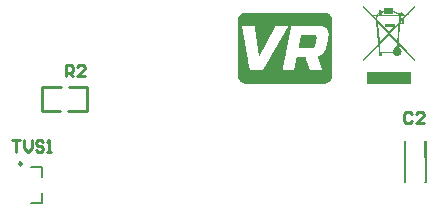
<source format=gbo>
G04*
G04 #@! TF.GenerationSoftware,Altium Limited,Altium Designer,19.1.7 (138)*
G04*
G04 Layer_Color=32896*
%FSLAX25Y25*%
%MOIN*%
G70*
G01*
G75*
%ADD10C,0.00984*%
%ADD11C,0.00787*%
%ADD12C,0.01000*%
G36*
X539799Y500790D02*
Y500739D01*
X539445D01*
Y500689D01*
X539294D01*
Y500638D01*
X539142D01*
Y500588D01*
X539041D01*
Y500537D01*
X538940D01*
Y500487D01*
X538889D01*
Y500436D01*
X538788D01*
Y500385D01*
X538687D01*
Y500335D01*
X538636D01*
Y500284D01*
X538586D01*
Y500234D01*
X538484D01*
Y500183D01*
X538434D01*
Y500133D01*
X538383D01*
Y500082D01*
X538333D01*
Y500031D01*
X538282D01*
Y499981D01*
X538232D01*
Y499930D01*
X538181D01*
Y499880D01*
X538130D01*
Y499829D01*
X538080D01*
Y499778D01*
Y499728D01*
X538029D01*
Y499677D01*
X537979D01*
Y499627D01*
Y499576D01*
X537928D01*
Y499525D01*
X537878D01*
Y499475D01*
Y499424D01*
X537827D01*
Y499374D01*
Y499323D01*
X537776D01*
Y499273D01*
Y499222D01*
X537726D01*
Y499171D01*
X537675D01*
Y499121D01*
Y499070D01*
Y499020D01*
X537625D01*
Y498969D01*
Y498919D01*
Y498868D01*
X537574D01*
Y498817D01*
Y498767D01*
Y498716D01*
Y498666D01*
Y498615D01*
X537524D01*
Y498564D01*
X537473D01*
Y498514D01*
Y498463D01*
Y498413D01*
Y498362D01*
Y498312D01*
Y498261D01*
Y498210D01*
Y498160D01*
Y498109D01*
Y498059D01*
Y498008D01*
Y497958D01*
Y497907D01*
Y497856D01*
Y497806D01*
Y497755D01*
Y497705D01*
Y497654D01*
Y497604D01*
Y497553D01*
Y497502D01*
Y497452D01*
Y497401D01*
Y497351D01*
Y497300D01*
Y497250D01*
Y497199D01*
Y497148D01*
Y497098D01*
Y497047D01*
Y496997D01*
Y496946D01*
Y496895D01*
Y496845D01*
Y496794D01*
Y496744D01*
Y496693D01*
Y496642D01*
Y496592D01*
Y496541D01*
Y496491D01*
Y496440D01*
Y496390D01*
Y496339D01*
Y496288D01*
Y496238D01*
Y496187D01*
Y496137D01*
Y496086D01*
Y496036D01*
Y495985D01*
Y495934D01*
Y495884D01*
Y495833D01*
Y495783D01*
Y495732D01*
Y495681D01*
Y495631D01*
Y495580D01*
Y495530D01*
Y495479D01*
Y495429D01*
Y495378D01*
Y495328D01*
Y495277D01*
Y495226D01*
Y495176D01*
Y495125D01*
Y495075D01*
Y495024D01*
Y494973D01*
Y494923D01*
Y494872D01*
Y494822D01*
Y494771D01*
Y494721D01*
Y494670D01*
Y494619D01*
Y494569D01*
Y494518D01*
Y494468D01*
Y494417D01*
Y494366D01*
Y494316D01*
Y494265D01*
Y494215D01*
Y494164D01*
Y494114D01*
Y494063D01*
Y494012D01*
Y493962D01*
Y493911D01*
Y493861D01*
Y493810D01*
Y493759D01*
Y493709D01*
Y493658D01*
Y493608D01*
Y493557D01*
Y493507D01*
Y493456D01*
Y493405D01*
Y493355D01*
Y493304D01*
Y493254D01*
Y493203D01*
Y493153D01*
Y493102D01*
Y493051D01*
Y493001D01*
Y492950D01*
Y492900D01*
Y492849D01*
Y492799D01*
Y492748D01*
Y492697D01*
Y492647D01*
Y492596D01*
Y492546D01*
Y492495D01*
Y492444D01*
Y492394D01*
Y492343D01*
Y492293D01*
Y492242D01*
Y492192D01*
Y492141D01*
Y492090D01*
Y492040D01*
Y491989D01*
Y491939D01*
Y491888D01*
Y491838D01*
Y491787D01*
Y491736D01*
Y491686D01*
Y491635D01*
Y491585D01*
Y491534D01*
Y491483D01*
Y491433D01*
Y491382D01*
Y491332D01*
Y491281D01*
Y491230D01*
Y491180D01*
Y491129D01*
Y491079D01*
Y491028D01*
Y490978D01*
Y490927D01*
Y490876D01*
Y490826D01*
Y490775D01*
Y490725D01*
Y490674D01*
Y490624D01*
Y490573D01*
Y490522D01*
Y490472D01*
Y490421D01*
Y490371D01*
Y490320D01*
Y490270D01*
Y490219D01*
Y490168D01*
Y490118D01*
Y490067D01*
Y490017D01*
Y489966D01*
Y489916D01*
Y489865D01*
Y489814D01*
Y489764D01*
Y489713D01*
Y489663D01*
Y489612D01*
Y489561D01*
Y489511D01*
Y489460D01*
Y489410D01*
Y489359D01*
Y489309D01*
Y489258D01*
Y489207D01*
Y489157D01*
Y489106D01*
Y489056D01*
Y489005D01*
Y488954D01*
Y488904D01*
Y488853D01*
Y488803D01*
Y488752D01*
Y488702D01*
Y488651D01*
Y488600D01*
Y488550D01*
Y488499D01*
Y488449D01*
Y488398D01*
Y488347D01*
Y488297D01*
Y488246D01*
Y488196D01*
Y488145D01*
Y488095D01*
Y488044D01*
Y487993D01*
Y487943D01*
Y487892D01*
Y487842D01*
Y487791D01*
Y487741D01*
Y487690D01*
Y487639D01*
Y487589D01*
Y487538D01*
Y487488D01*
Y487437D01*
Y487387D01*
Y487336D01*
Y487285D01*
Y487235D01*
Y487184D01*
Y487134D01*
Y487083D01*
Y487033D01*
Y486982D01*
Y486931D01*
Y486881D01*
Y486830D01*
Y486780D01*
Y486729D01*
Y486678D01*
Y486628D01*
Y486577D01*
Y486527D01*
Y486476D01*
Y486425D01*
Y486375D01*
Y486324D01*
Y486274D01*
Y486223D01*
Y486173D01*
Y486122D01*
Y486071D01*
Y486021D01*
Y485970D01*
Y485920D01*
Y485869D01*
Y485819D01*
Y485768D01*
Y485717D01*
Y485667D01*
Y485616D01*
Y485566D01*
Y485515D01*
Y485464D01*
Y485414D01*
Y485363D01*
Y485313D01*
Y485262D01*
Y485212D01*
Y485161D01*
Y485111D01*
Y485060D01*
Y485009D01*
Y484959D01*
Y484908D01*
Y484858D01*
Y484807D01*
Y484756D01*
Y484706D01*
Y484655D01*
Y484605D01*
Y484554D01*
Y484504D01*
Y484453D01*
Y484402D01*
Y484352D01*
Y484301D01*
Y484251D01*
Y484200D01*
Y484149D01*
Y484099D01*
Y484048D01*
Y483998D01*
Y483947D01*
Y483896D01*
Y483846D01*
Y483795D01*
Y483745D01*
Y483694D01*
Y483644D01*
Y483593D01*
Y483542D01*
Y483492D01*
Y483441D01*
Y483391D01*
Y483340D01*
Y483290D01*
Y483239D01*
Y483188D01*
Y483138D01*
Y483087D01*
Y483037D01*
Y482986D01*
Y482935D01*
Y482885D01*
Y482834D01*
Y482784D01*
Y482733D01*
Y482683D01*
Y482632D01*
Y482582D01*
Y482531D01*
Y482480D01*
Y482430D01*
Y482379D01*
Y482329D01*
Y482278D01*
Y482227D01*
Y482177D01*
Y482126D01*
Y482076D01*
Y482025D01*
Y481975D01*
Y481924D01*
Y481873D01*
Y481823D01*
Y481772D01*
Y481722D01*
Y481671D01*
Y481621D01*
Y481570D01*
Y481519D01*
Y481469D01*
Y481418D01*
Y481368D01*
Y481317D01*
Y481266D01*
Y481216D01*
Y481165D01*
Y481115D01*
Y481064D01*
Y481013D01*
Y480963D01*
Y480912D01*
Y480862D01*
Y480811D01*
Y480761D01*
Y480710D01*
Y480659D01*
Y480609D01*
Y480558D01*
Y480508D01*
Y480457D01*
Y480407D01*
Y480356D01*
Y480305D01*
Y480255D01*
Y480204D01*
Y480154D01*
Y480103D01*
Y480053D01*
Y480002D01*
Y479951D01*
Y479901D01*
Y479850D01*
Y479800D01*
Y479749D01*
Y479699D01*
Y479648D01*
Y479597D01*
Y479547D01*
Y479496D01*
X537524D01*
Y479446D01*
X537574D01*
Y479395D01*
Y479344D01*
X537524D01*
Y479294D01*
X537574D01*
Y479243D01*
Y479193D01*
Y479142D01*
Y479092D01*
X537625D01*
Y479041D01*
Y478990D01*
Y478940D01*
X537675D01*
Y478889D01*
Y478839D01*
Y478788D01*
X537726D01*
Y478737D01*
X537776D01*
Y478687D01*
Y478636D01*
X537827D01*
Y478586D01*
Y478535D01*
X537878D01*
Y478485D01*
X537928D01*
Y478434D01*
Y478383D01*
X537979D01*
Y478333D01*
Y478282D01*
X538029D01*
Y478232D01*
X538080D01*
Y478181D01*
X538130D01*
Y478130D01*
X538181D01*
Y478080D01*
Y478029D01*
X538232D01*
Y477979D01*
X538282D01*
Y477928D01*
X538333D01*
Y477878D01*
X538383D01*
Y477827D01*
X538484D01*
Y477776D01*
X538535D01*
Y477726D01*
X538586D01*
Y477675D01*
X538687D01*
Y477625D01*
X538737D01*
Y477574D01*
X538838D01*
Y477524D01*
X538889D01*
Y477473D01*
X538990D01*
Y477422D01*
X539091D01*
Y477372D01*
X539193D01*
Y477321D01*
X539344D01*
Y477271D01*
X539698D01*
Y477220D01*
Y477170D01*
X566859D01*
Y477220D01*
Y477271D01*
X567213D01*
Y477321D01*
X567315D01*
Y477372D01*
X567466D01*
Y477422D01*
X567567D01*
Y477473D01*
X567618D01*
Y477524D01*
X567719D01*
Y477574D01*
X567770D01*
Y477625D01*
X567871D01*
Y477675D01*
X567922D01*
Y477726D01*
X568023D01*
Y477776D01*
X568073D01*
Y477827D01*
X568124D01*
Y477878D01*
X568175D01*
Y477928D01*
X568225D01*
Y477979D01*
X568276D01*
Y478029D01*
X568326D01*
Y478080D01*
X568377D01*
Y478130D01*
X568427D01*
Y478181D01*
X568478D01*
Y478232D01*
Y478282D01*
X568529D01*
Y478333D01*
X568579D01*
Y478383D01*
Y478434D01*
X568630D01*
Y478485D01*
X568680D01*
Y478535D01*
Y478586D01*
X568731D01*
Y478636D01*
Y478687D01*
X568781D01*
Y478737D01*
Y478788D01*
X568832D01*
Y478839D01*
Y478889D01*
X568883D01*
Y478940D01*
Y478990D01*
Y479041D01*
X568933D01*
Y479092D01*
Y479142D01*
Y479193D01*
X568984D01*
Y479243D01*
X568933D01*
Y479294D01*
Y479344D01*
Y479395D01*
X569034D01*
Y479446D01*
Y479496D01*
Y479547D01*
Y479597D01*
Y479648D01*
Y479699D01*
Y479749D01*
Y479800D01*
Y479850D01*
Y479901D01*
Y479951D01*
Y480002D01*
Y480053D01*
Y480103D01*
Y480154D01*
Y480204D01*
Y480255D01*
Y480305D01*
Y480356D01*
Y480407D01*
Y480457D01*
Y480508D01*
Y480558D01*
Y480609D01*
Y480659D01*
Y480710D01*
Y480761D01*
Y480811D01*
Y480862D01*
Y480912D01*
Y480963D01*
Y481013D01*
Y481064D01*
Y481115D01*
Y481165D01*
Y481216D01*
Y481266D01*
Y481317D01*
Y481368D01*
Y481418D01*
Y481469D01*
Y481519D01*
Y481570D01*
Y481621D01*
Y481671D01*
Y481722D01*
Y481772D01*
Y481823D01*
Y481873D01*
Y481924D01*
Y481975D01*
Y482025D01*
Y482076D01*
Y482126D01*
Y482177D01*
Y482227D01*
Y482278D01*
Y482329D01*
Y482379D01*
Y482430D01*
Y482480D01*
Y482531D01*
Y482582D01*
Y482632D01*
Y482683D01*
Y482733D01*
Y482784D01*
Y482834D01*
Y482885D01*
Y482935D01*
Y482986D01*
Y483037D01*
Y483087D01*
Y483138D01*
Y483188D01*
Y483239D01*
Y483290D01*
Y483340D01*
Y483391D01*
Y483441D01*
Y483492D01*
Y483542D01*
Y483593D01*
Y483644D01*
Y483694D01*
Y483745D01*
Y483795D01*
Y483846D01*
Y483896D01*
Y483947D01*
Y483998D01*
Y484048D01*
Y484099D01*
Y484149D01*
Y484200D01*
Y484251D01*
Y484301D01*
Y484352D01*
Y484402D01*
Y484453D01*
Y484504D01*
Y484554D01*
Y484605D01*
Y484655D01*
Y484706D01*
Y484756D01*
Y484807D01*
Y484858D01*
Y484908D01*
Y484959D01*
Y485009D01*
Y485060D01*
Y485111D01*
Y485161D01*
Y485212D01*
Y485262D01*
Y485313D01*
Y485363D01*
Y485414D01*
Y485464D01*
Y485515D01*
Y485566D01*
Y485616D01*
Y485667D01*
Y485717D01*
Y485768D01*
Y485819D01*
Y485869D01*
Y485920D01*
Y485970D01*
Y486021D01*
Y486071D01*
Y486122D01*
Y486173D01*
Y486223D01*
Y486274D01*
Y486324D01*
Y486375D01*
Y486425D01*
Y486476D01*
Y486527D01*
Y486577D01*
Y486628D01*
Y486678D01*
Y486729D01*
Y486780D01*
Y486830D01*
Y486881D01*
Y486931D01*
Y486982D01*
Y487033D01*
Y487083D01*
Y487134D01*
Y487184D01*
Y487235D01*
Y487285D01*
Y487336D01*
Y487387D01*
Y487437D01*
Y487488D01*
Y487538D01*
Y487589D01*
Y487639D01*
Y487690D01*
Y487741D01*
Y487791D01*
Y487842D01*
Y487892D01*
Y487943D01*
Y487993D01*
Y488044D01*
Y488095D01*
Y488145D01*
Y488196D01*
Y488246D01*
Y488297D01*
Y488347D01*
Y488398D01*
Y488449D01*
Y488499D01*
Y488550D01*
Y488600D01*
Y488651D01*
Y488702D01*
Y488752D01*
Y488803D01*
Y488853D01*
Y488904D01*
Y488954D01*
Y489005D01*
Y489056D01*
Y489106D01*
Y489157D01*
Y489207D01*
Y489258D01*
Y489309D01*
Y489359D01*
Y489410D01*
Y489460D01*
Y489511D01*
Y489561D01*
Y489612D01*
Y489663D01*
Y489713D01*
Y489764D01*
Y489814D01*
Y489865D01*
Y489916D01*
Y489966D01*
Y490017D01*
Y490067D01*
Y490118D01*
Y490168D01*
Y490219D01*
Y490270D01*
Y490320D01*
Y490371D01*
Y490421D01*
Y490472D01*
Y490522D01*
Y490573D01*
Y490624D01*
Y490674D01*
Y490725D01*
Y490775D01*
Y490826D01*
Y490876D01*
Y490927D01*
Y490978D01*
Y491028D01*
Y491079D01*
Y491129D01*
Y491180D01*
Y491230D01*
Y491281D01*
Y491332D01*
Y491382D01*
Y491433D01*
Y491483D01*
Y491534D01*
Y491585D01*
Y491635D01*
Y491686D01*
Y491736D01*
Y491787D01*
Y491838D01*
Y491888D01*
Y491939D01*
Y491989D01*
Y492040D01*
Y492090D01*
Y492141D01*
Y492192D01*
Y492242D01*
Y492293D01*
Y492343D01*
Y492394D01*
Y492444D01*
Y492495D01*
Y492546D01*
Y492596D01*
Y492647D01*
Y492697D01*
Y492748D01*
Y492799D01*
Y492849D01*
Y492900D01*
Y492950D01*
Y493001D01*
Y493051D01*
Y493102D01*
Y493153D01*
Y493203D01*
Y493254D01*
Y493304D01*
Y493355D01*
Y493405D01*
Y493456D01*
Y493507D01*
Y493557D01*
Y493608D01*
Y493658D01*
Y493709D01*
Y493759D01*
Y493810D01*
Y493861D01*
Y493911D01*
Y493962D01*
Y494012D01*
Y494063D01*
Y494114D01*
Y494164D01*
Y494215D01*
Y494265D01*
Y494316D01*
Y494366D01*
Y494417D01*
Y494468D01*
Y494518D01*
Y494569D01*
Y494619D01*
Y494670D01*
Y494721D01*
Y494771D01*
Y494822D01*
Y494872D01*
Y494923D01*
Y494973D01*
Y495024D01*
Y495075D01*
Y495125D01*
Y495176D01*
Y495226D01*
Y495277D01*
Y495328D01*
Y495378D01*
Y495429D01*
Y495479D01*
Y495530D01*
Y495580D01*
Y495631D01*
Y495681D01*
Y495732D01*
Y495783D01*
Y495833D01*
Y495884D01*
Y495934D01*
Y495985D01*
Y496036D01*
Y496086D01*
Y496137D01*
Y496187D01*
Y496238D01*
Y496288D01*
Y496339D01*
Y496390D01*
Y496440D01*
Y496491D01*
Y496541D01*
Y496592D01*
Y496642D01*
Y496693D01*
Y496744D01*
Y496794D01*
Y496845D01*
Y496895D01*
Y496946D01*
Y496997D01*
Y497047D01*
Y497098D01*
Y497148D01*
Y497199D01*
Y497250D01*
Y497300D01*
Y497351D01*
Y497401D01*
Y497452D01*
Y497502D01*
Y497553D01*
Y497604D01*
Y497654D01*
Y497705D01*
Y497755D01*
Y497806D01*
Y497856D01*
Y497907D01*
Y497958D01*
Y498008D01*
Y498059D01*
Y498109D01*
Y498160D01*
Y498210D01*
Y498261D01*
Y498312D01*
Y498362D01*
Y498413D01*
Y498463D01*
Y498514D01*
Y498564D01*
Y498615D01*
X568933D01*
Y498666D01*
Y498716D01*
X568984D01*
Y498767D01*
X568933D01*
Y498817D01*
Y498868D01*
Y498919D01*
Y498969D01*
X568883D01*
Y499020D01*
Y499070D01*
Y499121D01*
X568832D01*
Y499171D01*
Y499222D01*
X568781D01*
Y499273D01*
X568731D01*
Y499323D01*
Y499374D01*
X568680D01*
Y499424D01*
Y499475D01*
X568630D01*
Y499525D01*
Y499576D01*
X568579D01*
Y499627D01*
X568529D01*
Y499677D01*
Y499728D01*
X568478D01*
Y499778D01*
X568427D01*
Y499829D01*
X568377D01*
Y499880D01*
Y499930D01*
X568326D01*
Y499981D01*
X568276D01*
Y500031D01*
X568225D01*
Y500082D01*
X568175D01*
Y500133D01*
X568073D01*
Y500183D01*
X568023D01*
Y500234D01*
X567972D01*
Y500284D01*
X567922D01*
Y500335D01*
X567820D01*
Y500385D01*
X567770D01*
Y500436D01*
X567669D01*
Y500487D01*
X567618D01*
Y500537D01*
X567517D01*
Y500588D01*
X567416D01*
Y500638D01*
X567264D01*
Y500689D01*
X567112D01*
Y500739D01*
X566708D01*
Y500790D01*
Y500841D01*
X539799D01*
Y500790D01*
D02*
G37*
G36*
X579317Y502592D02*
X583637Y497889D01*
X584293Y490507D01*
X579317Y485176D01*
Y484465D01*
X584293Y489632D01*
X584375Y489414D01*
Y489304D01*
X584402Y489195D01*
Y489086D01*
Y489031D01*
X584430Y488839D01*
Y488675D01*
X584457Y488566D01*
Y488511D01*
X584484Y488320D01*
Y488129D01*
Y488019D01*
Y487965D01*
X584512Y487801D01*
Y487719D01*
X584539Y487664D01*
Y487637D01*
Y487582D01*
Y487500D01*
Y487445D01*
Y487418D01*
X584566Y487336D01*
X584621Y487281D01*
X584676Y487254D01*
X584703D01*
Y486406D01*
X585715D01*
Y487254D01*
X589214D01*
X589406Y486980D01*
X589597Y486762D01*
X589761Y486652D01*
X589788Y486598D01*
X589816D01*
X590116Y486461D01*
X590390Y486406D01*
X590499Y486379D01*
X590663D01*
X590909Y486406D01*
X591101Y486434D01*
X591292Y486516D01*
X591429Y486598D01*
X591538Y486652D01*
X591620Y486734D01*
X591675Y486762D01*
X591702Y486789D01*
X591839Y486953D01*
X591921Y487117D01*
X592030Y487472D01*
X592058Y487637D01*
X592085Y487746D01*
Y487828D01*
Y487855D01*
X592058Y488238D01*
X591976Y488511D01*
X591921Y488621D01*
X591866Y488703D01*
X591839Y488730D01*
Y488758D01*
X591620Y489004D01*
X591374Y489168D01*
X591265Y489250D01*
X591155Y489304D01*
X591101Y489332D01*
X591073D01*
Y490097D01*
X596487Y484465D01*
Y485176D01*
X591183Y490890D01*
Y491163D01*
Y491245D01*
Y491355D01*
Y491437D01*
Y491492D01*
X591210Y491738D01*
Y491984D01*
X591237Y492066D01*
Y492148D01*
Y492202D01*
Y492230D01*
X591265Y492585D01*
Y492913D01*
X591292Y493050D01*
Y493159D01*
Y493214D01*
Y493241D01*
X591347Y493651D01*
X591374Y494007D01*
Y494143D01*
X591401Y494253D01*
Y494308D01*
Y494335D01*
X591429Y494745D01*
X591456Y495073D01*
X591483Y495210D01*
Y495319D01*
Y495374D01*
Y495401D01*
X591511Y495756D01*
Y496030D01*
X591538Y496139D01*
Y496221D01*
Y496249D01*
Y496276D01*
X591566Y496413D01*
X591593Y496522D01*
Y496604D01*
Y496631D01*
X591620Y496796D01*
Y496823D01*
Y496850D01*
X592933D01*
Y498600D01*
X592850Y498655D01*
X592905Y498737D01*
X592960Y498819D01*
X593014Y498873D01*
X593042Y498901D01*
X593151Y499010D01*
X593206Y499065D01*
X593260Y499119D01*
X593370Y499229D01*
X593479Y499365D01*
X593589Y499475D01*
X593616Y499530D01*
X593807Y499748D01*
X593999Y499940D01*
X594135Y500076D01*
X594163Y500104D01*
X594190Y500131D01*
X594436Y500404D01*
X594655Y500623D01*
X594792Y500814D01*
X594819Y500842D01*
X594846Y500869D01*
X595092Y501143D01*
X595311Y501361D01*
X595475Y501525D01*
X595502Y501553D01*
X595530Y501580D01*
X595749Y501826D01*
X595940Y502017D01*
X596049Y502154D01*
X596104Y502209D01*
X596268Y502373D01*
X596405Y502509D01*
X596459Y502564D01*
X596487Y502592D01*
Y503275D01*
X592003Y498655D01*
X591784D01*
Y499420D01*
X591812Y499447D01*
X591866D01*
X591893Y499475D01*
X591921D01*
X592058Y499530D01*
X592167Y499557D01*
X592249Y499584D01*
X592276D01*
X592413Y499666D01*
X592522Y499721D01*
X592604Y499776D01*
X592632Y499803D01*
X592741Y499940D01*
X592768Y500076D01*
X592796Y500186D01*
Y500213D01*
X592768Y500404D01*
X592714Y500568D01*
X592632Y500678D01*
X592604Y500705D01*
X592468Y500842D01*
X592304Y500897D01*
X592194Y500924D01*
X592140D01*
X591976Y500897D01*
X591866Y500842D01*
X591784Y500787D01*
X591757Y500760D01*
X591647Y500678D01*
X591538Y500623D01*
X591456Y500596D01*
X591429D01*
X591292Y500623D01*
X591128Y500678D01*
X590991Y500705D01*
X590964Y500732D01*
X590937D01*
X590718Y500842D01*
X590499Y500951D01*
X590335Y501033D01*
X590308Y501060D01*
X590280D01*
X590034Y501197D01*
X589816Y501307D01*
X589652Y501361D01*
X589624Y501389D01*
X589597D01*
X589406Y501498D01*
X589242Y501553D01*
X589159Y501607D01*
X589132D01*
Y502209D01*
X586179D01*
Y501525D01*
X586015Y501471D01*
X585933D01*
X585797Y501416D01*
X585742Y501389D01*
X585578D01*
X585551Y501361D01*
X585469D01*
X585441Y501416D01*
X585414Y501443D01*
X585387Y501498D01*
X585359Y501525D01*
X584402D01*
Y500897D01*
X583609Y500076D01*
X582817D01*
Y499748D01*
X579317Y503275D01*
Y502592D01*
D02*
G37*
G36*
X580547Y477165D02*
X595256D01*
Y480884D01*
X580547D01*
Y477165D01*
D02*
G37*
%LPC*%
G36*
X538889Y496390D02*
X543087D01*
Y496339D01*
Y496288D01*
Y496238D01*
Y496187D01*
Y496137D01*
X543138D01*
Y496086D01*
Y496036D01*
Y495985D01*
Y495934D01*
Y495884D01*
Y495833D01*
Y495783D01*
X543188D01*
Y495732D01*
Y495681D01*
Y495631D01*
Y495580D01*
Y495530D01*
Y495479D01*
X543239D01*
Y495429D01*
Y495378D01*
Y495328D01*
Y495277D01*
Y495226D01*
Y495176D01*
Y495125D01*
X543290D01*
Y495075D01*
Y495024D01*
Y494973D01*
Y494923D01*
Y494872D01*
Y494822D01*
X543340D01*
Y494771D01*
Y494721D01*
Y494670D01*
Y494619D01*
Y494569D01*
Y494518D01*
X543391D01*
Y494468D01*
Y494417D01*
Y494366D01*
Y494316D01*
Y494265D01*
Y494215D01*
X543441D01*
Y494164D01*
Y494114D01*
Y494063D01*
Y494012D01*
Y493962D01*
Y493911D01*
X543391D01*
Y493861D01*
X543441D01*
Y493810D01*
Y493759D01*
Y493709D01*
Y493658D01*
Y493608D01*
Y493557D01*
X543492D01*
Y493507D01*
Y493456D01*
Y493405D01*
Y493355D01*
Y493304D01*
Y493254D01*
Y493203D01*
X543542D01*
Y493153D01*
Y493102D01*
Y493051D01*
Y493001D01*
Y492950D01*
Y492900D01*
X543593D01*
Y492849D01*
Y492799D01*
Y492748D01*
Y492697D01*
Y492647D01*
Y492596D01*
X543644D01*
Y492546D01*
Y492495D01*
Y492444D01*
Y492394D01*
Y492343D01*
Y492293D01*
Y492242D01*
X543694D01*
Y492192D01*
Y492141D01*
Y492090D01*
Y492040D01*
Y491989D01*
Y491939D01*
X543745D01*
Y491888D01*
Y491838D01*
Y491787D01*
Y491736D01*
Y491686D01*
Y491635D01*
Y491585D01*
X543795D01*
Y491534D01*
Y491483D01*
Y491433D01*
Y491382D01*
Y491332D01*
Y491281D01*
X543846D01*
Y491230D01*
Y491180D01*
Y491129D01*
Y491079D01*
Y491028D01*
Y490978D01*
X543896D01*
Y490927D01*
Y490876D01*
Y490826D01*
Y490775D01*
Y490725D01*
Y490674D01*
Y490624D01*
X543947D01*
Y490573D01*
Y490522D01*
Y490472D01*
Y490421D01*
Y490371D01*
Y490320D01*
X543998D01*
Y490270D01*
Y490219D01*
Y490168D01*
Y490118D01*
Y490067D01*
Y490017D01*
Y489966D01*
X544048D01*
Y489916D01*
Y489865D01*
Y489814D01*
Y489764D01*
Y489713D01*
Y489663D01*
X544099D01*
Y489612D01*
Y489561D01*
Y489511D01*
Y489460D01*
Y489410D01*
Y489359D01*
X544149D01*
Y489309D01*
Y489258D01*
Y489207D01*
Y489157D01*
Y489106D01*
Y489056D01*
Y489005D01*
X544200D01*
Y488954D01*
Y488904D01*
Y488853D01*
Y488803D01*
Y488752D01*
X544149D01*
Y488702D01*
X544200D01*
Y488651D01*
Y488600D01*
Y488550D01*
Y488499D01*
Y488449D01*
Y488398D01*
X544250D01*
Y488347D01*
Y488297D01*
Y488246D01*
Y488196D01*
Y488145D01*
Y488095D01*
Y488044D01*
X544301D01*
Y487993D01*
Y487943D01*
Y487892D01*
Y487842D01*
Y487791D01*
Y487741D01*
X544352D01*
Y487690D01*
Y487639D01*
Y487589D01*
Y487538D01*
Y487488D01*
Y487437D01*
X544402D01*
Y487387D01*
Y487336D01*
Y487285D01*
Y487235D01*
Y487184D01*
Y487134D01*
Y487083D01*
X544453D01*
Y487033D01*
Y486982D01*
Y486931D01*
Y486881D01*
Y486830D01*
Y486780D01*
X544503D01*
Y486729D01*
Y486678D01*
Y486628D01*
Y486577D01*
Y486527D01*
Y486476D01*
Y486425D01*
X544554D01*
Y486375D01*
Y486324D01*
Y486274D01*
Y486223D01*
Y486173D01*
Y486122D01*
X544605D01*
Y486173D01*
X544655D01*
Y486223D01*
Y486274D01*
X544706D01*
Y486324D01*
Y486375D01*
X544756D01*
Y486425D01*
X544706D01*
Y486476D01*
X544807D01*
Y486527D01*
Y486577D01*
Y486628D01*
X544857D01*
Y486678D01*
Y486729D01*
X544908D01*
Y486780D01*
Y486830D01*
X544959D01*
Y486881D01*
X545009D01*
Y486931D01*
Y486982D01*
X545060D01*
Y487033D01*
X545110D01*
Y487083D01*
Y487134D01*
X545161D01*
Y487184D01*
Y487235D01*
X545212D01*
Y487285D01*
Y487336D01*
X545262D01*
Y487387D01*
Y487437D01*
X545313D01*
Y487488D01*
Y487538D01*
X545363D01*
Y487589D01*
X545414D01*
Y487639D01*
X545464D01*
Y487690D01*
Y487741D01*
Y487791D01*
Y487842D01*
X545515D01*
Y487892D01*
Y487943D01*
X545616D01*
Y487993D01*
Y488044D01*
Y488095D01*
X545667D01*
Y488145D01*
Y488196D01*
X545717D01*
Y488246D01*
Y488297D01*
X545768D01*
Y488347D01*
Y488398D01*
X545819D01*
Y488449D01*
X545869D01*
Y488499D01*
X545920D01*
Y488550D01*
Y488600D01*
X545970D01*
Y488651D01*
Y488702D01*
X546021D01*
Y488752D01*
Y488803D01*
X546071D01*
Y488853D01*
Y488904D01*
X546122D01*
Y488954D01*
Y489005D01*
X546173D01*
Y489056D01*
X546223D01*
Y489106D01*
Y489157D01*
Y489207D01*
X546274D01*
Y489258D01*
Y489309D01*
X546324D01*
Y489359D01*
Y489410D01*
X546375D01*
Y489460D01*
Y489511D01*
X546425D01*
Y489561D01*
X546476D01*
Y489612D01*
Y489663D01*
X546527D01*
Y489713D01*
Y489764D01*
X546577D01*
Y489814D01*
Y489865D01*
X546628D01*
Y489916D01*
X546678D01*
Y489966D01*
Y490017D01*
X546729D01*
Y490067D01*
X546779D01*
Y490118D01*
Y490168D01*
X546830D01*
Y490219D01*
Y490270D01*
X546881D01*
Y490320D01*
Y490371D01*
X546931D01*
Y490421D01*
Y490472D01*
Y490522D01*
X546982D01*
Y490573D01*
X547032D01*
Y490624D01*
Y490674D01*
X547083D01*
Y490725D01*
Y490775D01*
X547133D01*
Y490826D01*
Y490876D01*
X547184D01*
Y490927D01*
Y490978D01*
X547235D01*
Y491028D01*
X547285D01*
Y491079D01*
Y491129D01*
X547336D01*
Y491180D01*
Y491230D01*
X547386D01*
Y491281D01*
Y491332D01*
X547437D01*
Y491382D01*
X547488D01*
Y491433D01*
Y491483D01*
X547538D01*
Y491534D01*
X547589D01*
Y491585D01*
Y491635D01*
X547639D01*
Y491686D01*
Y491736D01*
X547690D01*
Y491787D01*
X547639D01*
Y491838D01*
X547690D01*
Y491888D01*
Y491939D01*
X547741D01*
Y491989D01*
Y492040D01*
X547842D01*
Y492090D01*
Y492141D01*
X547892D01*
Y492192D01*
Y492242D01*
X547943D01*
Y492293D01*
Y492343D01*
X547993D01*
Y492394D01*
Y492444D01*
X548044D01*
Y492495D01*
Y492546D01*
X548095D01*
Y492596D01*
X548145D01*
Y492647D01*
Y492697D01*
X548196D01*
Y492748D01*
Y492799D01*
X548246D01*
Y492849D01*
X548297D01*
Y492900D01*
Y492950D01*
X548347D01*
Y493001D01*
Y493051D01*
X548398D01*
Y493102D01*
X548449D01*
Y493153D01*
X548398D01*
Y493203D01*
X548449D01*
Y493254D01*
Y493304D01*
X548499D01*
Y493355D01*
Y493405D01*
X548550D01*
Y493456D01*
Y493507D01*
X548651D01*
Y493557D01*
Y493608D01*
X548701D01*
Y493658D01*
Y493709D01*
X548752D01*
Y493759D01*
Y493810D01*
X548803D01*
Y493861D01*
Y493911D01*
X548853D01*
Y493962D01*
Y494012D01*
X548904D01*
Y494063D01*
X548954D01*
Y494114D01*
Y494164D01*
X549005D01*
Y494215D01*
Y494265D01*
X549055D01*
Y494316D01*
X549106D01*
Y494366D01*
Y494417D01*
X549157D01*
Y494468D01*
X549106D01*
Y494518D01*
X549207D01*
Y494569D01*
Y494619D01*
Y494670D01*
X549258D01*
Y494721D01*
Y494771D01*
X549308D01*
Y494822D01*
Y494872D01*
X549359D01*
Y494923D01*
Y494973D01*
X549410D01*
Y495024D01*
X549460D01*
Y495075D01*
X549511D01*
Y495125D01*
Y495176D01*
X549561D01*
Y495226D01*
Y495277D01*
X549612D01*
Y495328D01*
Y495378D01*
X549662D01*
Y495429D01*
Y495479D01*
X549713D01*
Y495530D01*
Y495580D01*
X549764D01*
Y495631D01*
X549814D01*
Y495681D01*
Y495732D01*
X549865D01*
Y495783D01*
Y495833D01*
Y495884D01*
X549915D01*
Y495934D01*
Y495985D01*
X549966D01*
Y496036D01*
Y496086D01*
X550067D01*
Y496137D01*
Y496187D01*
Y496238D01*
X550118D01*
Y496288D01*
Y496339D01*
X550168D01*
Y496390D01*
X554316D01*
Y496339D01*
Y496288D01*
Y496238D01*
Y496187D01*
X554265D01*
Y496137D01*
Y496086D01*
X554215D01*
Y496036D01*
X554164D01*
Y495985D01*
Y495934D01*
X554113D01*
Y495884D01*
Y495833D01*
X554063D01*
Y495783D01*
X554012D01*
Y495732D01*
Y495681D01*
X553962D01*
Y495631D01*
Y495580D01*
X553911D01*
Y495530D01*
X553861D01*
Y495479D01*
X553810D01*
Y495429D01*
Y495378D01*
X553759D01*
Y495328D01*
Y495277D01*
X553709D01*
Y495226D01*
Y495176D01*
X553658D01*
Y495125D01*
Y495075D01*
Y495024D01*
X553608D01*
Y494973D01*
Y494923D01*
X553507D01*
Y494872D01*
Y494822D01*
X553456D01*
Y494771D01*
Y494721D01*
X553405D01*
Y494670D01*
Y494619D01*
X553355D01*
Y494569D01*
X553304D01*
Y494518D01*
Y494468D01*
X553254D01*
Y494417D01*
Y494366D01*
X553203D01*
Y494316D01*
Y494265D01*
X553153D01*
Y494215D01*
X553102D01*
Y494164D01*
Y494114D01*
X553051D01*
Y494063D01*
X553001D01*
Y494012D01*
X552950D01*
Y493962D01*
X553001D01*
Y493911D01*
X552900D01*
Y493861D01*
X552950D01*
Y493810D01*
X552900D01*
Y493759D01*
Y493709D01*
X552798D01*
Y493658D01*
Y493608D01*
Y493557D01*
X552748D01*
Y493507D01*
Y493456D01*
X552697D01*
Y493405D01*
Y493355D01*
X552596D01*
Y493304D01*
Y493254D01*
X552545D01*
Y493203D01*
Y493153D01*
X552495D01*
Y493102D01*
Y493051D01*
X552444D01*
Y493001D01*
X552394D01*
Y492950D01*
Y492900D01*
X552343D01*
Y492849D01*
Y492799D01*
X552293D01*
Y492748D01*
X552242D01*
Y492697D01*
Y492647D01*
Y492596D01*
X552191D01*
Y492546D01*
Y492495D01*
X552141D01*
Y492444D01*
X552090D01*
Y492394D01*
Y492343D01*
X552040D01*
Y492293D01*
Y492242D01*
X551989D01*
Y492192D01*
Y492141D01*
X551938D01*
Y492090D01*
X551888D01*
Y492040D01*
Y491989D01*
X551837D01*
Y491939D01*
Y491888D01*
X551736D01*
Y491838D01*
Y491787D01*
X551686D01*
Y491736D01*
Y491686D01*
X551635D01*
Y491635D01*
Y491585D01*
X551584D01*
Y491534D01*
X551534D01*
Y491483D01*
Y491433D01*
X551483D01*
Y491382D01*
X551534D01*
Y491332D01*
X551483D01*
Y491281D01*
Y491230D01*
X551382D01*
Y491180D01*
Y491129D01*
X551332D01*
Y491079D01*
Y491028D01*
X551281D01*
Y490978D01*
X551230D01*
Y490927D01*
Y490876D01*
X551180D01*
Y490826D01*
Y490775D01*
X551129D01*
Y490725D01*
Y490674D01*
X551079D01*
Y490624D01*
X551028D01*
Y490573D01*
Y490522D01*
X550978D01*
Y490472D01*
Y490421D01*
X550927D01*
Y490371D01*
X550876D01*
Y490320D01*
X550826D01*
Y490270D01*
Y490219D01*
X550775D01*
Y490168D01*
Y490118D01*
X550725D01*
Y490067D01*
Y490017D01*
Y489966D01*
X550674D01*
Y489916D01*
Y489865D01*
X550624D01*
Y489814D01*
Y489764D01*
X550522D01*
Y489713D01*
Y489663D01*
Y489612D01*
X550472D01*
Y489561D01*
X550421D01*
Y489511D01*
Y489460D01*
X550371D01*
Y489410D01*
X550320D01*
Y489359D01*
Y489309D01*
X550269D01*
Y489258D01*
Y489207D01*
X550219D01*
Y489157D01*
X550168D01*
Y489106D01*
Y489056D01*
X550118D01*
Y489005D01*
Y488954D01*
X550067D01*
Y488904D01*
Y488853D01*
X550016D01*
Y488803D01*
Y488752D01*
X549966D01*
Y488702D01*
Y488651D01*
X549915D01*
Y488600D01*
Y488550D01*
X549865D01*
Y488499D01*
X549814D01*
Y488449D01*
Y488398D01*
X549764D01*
Y488347D01*
Y488297D01*
X549713D01*
Y488246D01*
X549662D01*
Y488196D01*
Y488145D01*
X549612D01*
Y488095D01*
X549561D01*
Y488044D01*
Y487993D01*
X549511D01*
Y487943D01*
X549460D01*
Y487892D01*
Y487842D01*
X549410D01*
Y487791D01*
Y487741D01*
X549359D01*
Y487690D01*
Y487639D01*
X549308D01*
Y487589D01*
X549258D01*
Y487538D01*
X549308D01*
Y487488D01*
X549258D01*
Y487437D01*
X549207D01*
Y487387D01*
X549157D01*
Y487336D01*
Y487285D01*
X549106D01*
Y487235D01*
Y487184D01*
X549055D01*
Y487134D01*
Y487083D01*
X549005D01*
Y487033D01*
X548954D01*
Y486982D01*
Y486931D01*
X548904D01*
Y486881D01*
Y486830D01*
X548853D01*
Y486780D01*
Y486729D01*
X548803D01*
Y486678D01*
X548752D01*
Y486628D01*
X548701D01*
Y486577D01*
Y486527D01*
X548651D01*
Y486476D01*
Y486425D01*
X548600D01*
Y486375D01*
X548550D01*
Y486324D01*
X548600D01*
Y486274D01*
X548499D01*
Y486223D01*
X548550D01*
Y486173D01*
X548449D01*
Y486122D01*
Y486071D01*
Y486021D01*
X548398D01*
Y485970D01*
Y485920D01*
X548347D01*
Y485869D01*
X548297D01*
Y485819D01*
X548246D01*
Y485768D01*
Y485717D01*
X548196D01*
Y485667D01*
Y485616D01*
X548145D01*
Y485566D01*
Y485515D01*
X548095D01*
Y485464D01*
X548044D01*
Y485414D01*
Y485363D01*
X547993D01*
Y485313D01*
Y485262D01*
X547943D01*
Y485212D01*
X547892D01*
Y485161D01*
X547842D01*
Y485111D01*
Y485060D01*
X547791D01*
Y485009D01*
X547842D01*
Y484959D01*
X547741D01*
Y484908D01*
Y484858D01*
Y484807D01*
X547690D01*
Y484756D01*
Y484706D01*
X547639D01*
Y484655D01*
Y484605D01*
X547538D01*
Y484554D01*
Y484504D01*
Y484453D01*
X547488D01*
Y484402D01*
X547437D01*
Y484352D01*
X547386D01*
Y484301D01*
Y484251D01*
X547336D01*
Y484200D01*
Y484149D01*
X547285D01*
Y484099D01*
Y484048D01*
X547235D01*
Y483998D01*
X547184D01*
Y483947D01*
Y483896D01*
X547133D01*
Y483846D01*
Y483795D01*
X547083D01*
Y483745D01*
Y483694D01*
X547032D01*
Y483644D01*
Y483593D01*
X546982D01*
Y483542D01*
Y483492D01*
X546931D01*
Y483441D01*
X546881D01*
Y483391D01*
Y483340D01*
X546830D01*
Y483290D01*
Y483239D01*
X546779D01*
Y483188D01*
Y483138D01*
X546729D01*
Y483087D01*
X546678D01*
Y483037D01*
Y482986D01*
X546628D01*
Y482935D01*
X546577D01*
Y482885D01*
Y482834D01*
X546527D01*
Y482784D01*
X546476D01*
Y482733D01*
Y482683D01*
X546425D01*
Y482632D01*
Y482582D01*
X546375D01*
Y482531D01*
X546324D01*
Y482480D01*
X546375D01*
Y482430D01*
X546324D01*
Y482379D01*
Y482329D01*
X546274D01*
Y482278D01*
Y482227D01*
X546173D01*
Y482177D01*
Y482126D01*
X546122D01*
Y482076D01*
Y482025D01*
X546071D01*
Y481975D01*
Y481924D01*
X546021D01*
Y481873D01*
X545970D01*
Y481823D01*
Y481772D01*
X545920D01*
Y481722D01*
Y481671D01*
X545869D01*
Y481621D01*
X545819D01*
Y481570D01*
Y481519D01*
X541519D01*
Y481570D01*
Y481621D01*
Y481671D01*
Y481722D01*
Y481772D01*
X541469D01*
Y481823D01*
Y481873D01*
Y481924D01*
Y481975D01*
Y482025D01*
X541418D01*
Y482076D01*
Y482126D01*
Y482177D01*
Y482227D01*
Y482278D01*
X541367D01*
Y482329D01*
Y482379D01*
Y482430D01*
Y482480D01*
Y482531D01*
X541317D01*
Y482582D01*
Y482632D01*
Y482683D01*
Y482733D01*
Y482784D01*
Y482834D01*
X541266D01*
Y482885D01*
Y482935D01*
Y482986D01*
Y483037D01*
Y483087D01*
X541216D01*
Y483138D01*
Y483188D01*
Y483239D01*
Y483290D01*
Y483340D01*
X541165D01*
Y483391D01*
Y483441D01*
Y483492D01*
Y483542D01*
Y483593D01*
Y483644D01*
X541115D01*
Y483694D01*
Y483745D01*
Y483795D01*
Y483846D01*
X541064D01*
Y483896D01*
Y483947D01*
Y483998D01*
Y484048D01*
Y484099D01*
X541115D01*
Y484149D01*
X541013D01*
Y484200D01*
Y484251D01*
Y484301D01*
Y484352D01*
Y484402D01*
Y484453D01*
Y484504D01*
Y484554D01*
Y484605D01*
Y484655D01*
X540963D01*
Y484706D01*
Y484756D01*
Y484807D01*
Y484858D01*
Y484908D01*
Y484959D01*
X540912D01*
Y485009D01*
Y485060D01*
Y485111D01*
Y485161D01*
Y485212D01*
X540862D01*
Y485262D01*
Y485313D01*
Y485363D01*
Y485414D01*
Y485464D01*
X540811D01*
Y485515D01*
Y485566D01*
Y485616D01*
Y485667D01*
Y485717D01*
Y485768D01*
X540761D01*
Y485819D01*
Y485869D01*
Y485920D01*
Y485970D01*
X540710D01*
Y486021D01*
Y486071D01*
Y486122D01*
Y486173D01*
Y486223D01*
Y486274D01*
X540659D01*
Y486324D01*
Y486375D01*
Y486425D01*
Y486476D01*
Y486527D01*
X540609D01*
Y486577D01*
Y486628D01*
Y486678D01*
Y486729D01*
Y486780D01*
X540558D01*
Y486830D01*
Y486881D01*
Y486931D01*
Y486982D01*
Y487033D01*
Y487083D01*
X540508D01*
Y487134D01*
Y487184D01*
Y487235D01*
Y487285D01*
Y487336D01*
X540457D01*
Y487387D01*
Y487437D01*
Y487488D01*
Y487538D01*
Y487589D01*
X540407D01*
Y487639D01*
Y487690D01*
Y487741D01*
Y487791D01*
Y487842D01*
X540356D01*
Y487892D01*
Y487943D01*
Y487993D01*
Y488044D01*
Y488095D01*
Y488145D01*
X540305D01*
Y488196D01*
Y488246D01*
Y488297D01*
Y488347D01*
X540356D01*
Y488398D01*
X540305D01*
Y488449D01*
Y488499D01*
Y488550D01*
Y488600D01*
Y488651D01*
X540255D01*
Y488702D01*
Y488752D01*
Y488803D01*
Y488853D01*
Y488904D01*
X540204D01*
Y488954D01*
Y489005D01*
Y489056D01*
Y489106D01*
Y489157D01*
X540154D01*
Y489207D01*
Y489258D01*
Y489309D01*
Y489359D01*
Y489410D01*
Y489460D01*
X540103D01*
Y489511D01*
Y489561D01*
Y489612D01*
Y489663D01*
Y489713D01*
X540052D01*
Y489764D01*
Y489814D01*
Y489865D01*
Y489916D01*
Y489966D01*
X540002D01*
Y490017D01*
Y490067D01*
Y490118D01*
Y490168D01*
Y490219D01*
Y490270D01*
X539951D01*
Y490320D01*
Y490371D01*
Y490421D01*
Y490472D01*
X539901D01*
Y490522D01*
Y490573D01*
Y490624D01*
Y490674D01*
Y490725D01*
Y490775D01*
X539850D01*
Y490826D01*
Y490876D01*
Y490927D01*
Y490978D01*
Y491028D01*
Y491079D01*
X539799D01*
Y491129D01*
Y491180D01*
Y491230D01*
Y491281D01*
X539749D01*
Y491332D01*
Y491382D01*
Y491433D01*
Y491483D01*
Y491534D01*
Y491585D01*
X539698D01*
Y491635D01*
Y491686D01*
Y491736D01*
Y491787D01*
Y491838D01*
X539648D01*
Y491888D01*
Y491939D01*
Y491989D01*
Y492040D01*
Y492090D01*
X539597D01*
Y492141D01*
Y492192D01*
Y492242D01*
Y492293D01*
Y492343D01*
X539648D01*
Y492394D01*
X539547D01*
Y492444D01*
Y492495D01*
Y492546D01*
X539597D01*
Y492596D01*
X539547D01*
Y492647D01*
Y492697D01*
Y492748D01*
Y492799D01*
Y492849D01*
Y492900D01*
X539496D01*
Y492950D01*
Y493001D01*
Y493051D01*
Y493102D01*
Y493153D01*
X539445D01*
Y493203D01*
Y493254D01*
Y493304D01*
Y493355D01*
Y493405D01*
X539395D01*
Y493456D01*
Y493507D01*
Y493557D01*
Y493608D01*
Y493658D01*
Y493709D01*
X539344D01*
Y493759D01*
Y493810D01*
Y493861D01*
Y493911D01*
Y493962D01*
X539294D01*
Y494012D01*
Y494063D01*
Y494114D01*
Y494164D01*
Y494215D01*
X539243D01*
Y494265D01*
Y494316D01*
Y494366D01*
Y494417D01*
Y494468D01*
X539193D01*
Y494518D01*
Y494569D01*
Y494619D01*
Y494670D01*
Y494721D01*
Y494771D01*
X539142D01*
Y494822D01*
Y494872D01*
Y494923D01*
Y494973D01*
Y495024D01*
X539091D01*
Y495075D01*
Y495125D01*
Y495176D01*
Y495226D01*
Y495277D01*
X539041D01*
Y495328D01*
Y495378D01*
Y495429D01*
Y495479D01*
Y495530D01*
Y495580D01*
X538990D01*
Y495631D01*
Y495681D01*
Y495732D01*
Y495783D01*
X538940D01*
Y495833D01*
Y495884D01*
Y495934D01*
Y495985D01*
Y496036D01*
Y496086D01*
X538889D01*
Y496137D01*
Y496187D01*
Y496238D01*
Y496288D01*
Y496339D01*
Y496390D01*
D02*
G37*
G36*
X555327D02*
X564533D01*
Y496339D01*
X565190D01*
Y496288D01*
X565494D01*
Y496238D01*
X565747D01*
Y496187D01*
X565949D01*
Y496137D01*
X566050D01*
Y496086D01*
X566202D01*
Y496036D01*
X566303D01*
Y495985D01*
X566455D01*
Y495934D01*
X566556D01*
Y495884D01*
X566657D01*
Y495833D01*
X566708D01*
Y495783D01*
X566809D01*
Y495732D01*
X566910D01*
Y495681D01*
X566961D01*
Y495631D01*
X567011D01*
Y495580D01*
X567062D01*
Y495530D01*
X567112D01*
Y495479D01*
X567163D01*
Y495429D01*
X567213D01*
Y495378D01*
X567264D01*
Y495328D01*
X567315D01*
Y495277D01*
Y495226D01*
X567365D01*
Y495176D01*
X567416D01*
Y495125D01*
Y495075D01*
X567466D01*
Y495024D01*
X567517D01*
Y494973D01*
Y494923D01*
X567567D01*
Y494872D01*
Y494822D01*
X567618D01*
Y494771D01*
Y494721D01*
Y494670D01*
X567669D01*
Y494619D01*
Y494569D01*
X567618D01*
Y494518D01*
X567669D01*
Y494468D01*
Y494417D01*
Y494366D01*
Y494316D01*
X567719D01*
Y494265D01*
Y494215D01*
Y494164D01*
Y494114D01*
Y494063D01*
Y494012D01*
X567770D01*
Y493962D01*
Y493911D01*
Y493861D01*
Y493810D01*
Y493759D01*
Y493709D01*
Y493658D01*
Y493608D01*
Y493557D01*
Y493507D01*
Y493456D01*
Y493405D01*
Y493355D01*
Y493304D01*
Y493254D01*
Y493203D01*
Y493153D01*
Y493102D01*
Y493051D01*
X567719D01*
Y493001D01*
Y492950D01*
Y492900D01*
Y492849D01*
Y492799D01*
Y492748D01*
Y492697D01*
Y492647D01*
Y492596D01*
X567669D01*
Y492546D01*
Y492495D01*
Y492444D01*
Y492394D01*
Y492343D01*
Y492293D01*
X567618D01*
Y492242D01*
X567669D01*
Y492192D01*
Y492141D01*
Y492090D01*
Y492040D01*
X567618D01*
Y491989D01*
Y491939D01*
Y491888D01*
Y491838D01*
X567567D01*
Y491787D01*
Y491736D01*
Y491686D01*
Y491635D01*
Y491585D01*
X567517D01*
Y491534D01*
Y491483D01*
Y491433D01*
Y491382D01*
Y491332D01*
X567466D01*
Y491281D01*
Y491230D01*
Y491180D01*
Y491129D01*
X567416D01*
Y491079D01*
Y491028D01*
Y490978D01*
Y490927D01*
Y490876D01*
X567365D01*
Y490826D01*
Y490775D01*
Y490725D01*
Y490674D01*
Y490624D01*
X567315D01*
Y490573D01*
Y490522D01*
Y490472D01*
Y490421D01*
Y490371D01*
X567264D01*
Y490320D01*
Y490270D01*
Y490219D01*
Y490168D01*
X567213D01*
Y490118D01*
Y490067D01*
Y490017D01*
Y489966D01*
X567163D01*
Y489916D01*
Y489865D01*
Y489814D01*
Y489764D01*
Y489713D01*
X567112D01*
Y489663D01*
Y489612D01*
X567062D01*
Y489561D01*
Y489511D01*
Y489460D01*
Y489410D01*
X567011D01*
Y489359D01*
Y489309D01*
Y489258D01*
X566961D01*
Y489207D01*
Y489157D01*
Y489106D01*
X566910D01*
Y489056D01*
X566961D01*
Y489005D01*
X566910D01*
Y488954D01*
Y488904D01*
Y488853D01*
X566859D01*
Y488803D01*
Y488752D01*
Y488702D01*
X566809D01*
Y488651D01*
Y488600D01*
X566758D01*
Y488550D01*
Y488499D01*
X566708D01*
Y488449D01*
Y488398D01*
X566657D01*
Y488347D01*
Y488297D01*
Y488246D01*
X566556D01*
Y488196D01*
Y488145D01*
X566505D01*
Y488095D01*
Y488044D01*
X566455D01*
Y487993D01*
Y487943D01*
X566404D01*
Y487892D01*
X566354D01*
Y487842D01*
Y487791D01*
X566303D01*
Y487741D01*
Y487690D01*
X566253D01*
Y487639D01*
X566202D01*
Y487589D01*
X566151D01*
Y487538D01*
X566202D01*
Y487488D01*
X566101D01*
Y487437D01*
X566050D01*
Y487387D01*
X566000D01*
Y487336D01*
Y487285D01*
X565949D01*
Y487235D01*
X565898D01*
Y487184D01*
X565848D01*
Y487134D01*
X565797D01*
Y487083D01*
X565747D01*
Y487033D01*
X565696D01*
Y486982D01*
X565595D01*
Y486931D01*
X565544D01*
Y486881D01*
X565494D01*
Y486830D01*
X565443D01*
Y486780D01*
X565342D01*
Y486729D01*
X565292D01*
Y486678D01*
X565190D01*
Y486628D01*
X565089D01*
Y486577D01*
X564988D01*
Y486527D01*
X564887D01*
Y486476D01*
X564786D01*
Y486425D01*
X564684D01*
Y486375D01*
X564533D01*
Y486324D01*
X564482D01*
Y486274D01*
X564330D01*
Y486223D01*
X564128D01*
Y486173D01*
X564027D01*
Y486122D01*
X564078D01*
Y486071D01*
Y486021D01*
X564128D01*
Y485970D01*
Y485920D01*
Y485869D01*
X564179D01*
Y485819D01*
Y485768D01*
Y485717D01*
X564229D01*
Y485667D01*
Y485616D01*
Y485566D01*
X564280D01*
Y485515D01*
Y485464D01*
X564330D01*
Y485414D01*
Y485363D01*
X564381D01*
Y485313D01*
Y485262D01*
Y485212D01*
X564432D01*
Y485161D01*
Y485111D01*
X564482D01*
Y485060D01*
Y485009D01*
Y484959D01*
X564533D01*
Y484908D01*
Y484858D01*
Y484807D01*
X564583D01*
Y484756D01*
Y484706D01*
Y484655D01*
X564634D01*
Y484605D01*
X564684D01*
Y484554D01*
Y484504D01*
Y484453D01*
X564735D01*
Y484402D01*
Y484352D01*
X564684D01*
Y484301D01*
X564735D01*
Y484251D01*
Y484200D01*
X564786D01*
Y484149D01*
Y484099D01*
Y484048D01*
X564836D01*
Y483998D01*
Y483947D01*
X564887D01*
Y483896D01*
Y483846D01*
Y483795D01*
X564937D01*
Y483745D01*
Y483694D01*
X564988D01*
Y483644D01*
Y483593D01*
Y483542D01*
X565039D01*
Y483492D01*
Y483441D01*
Y483391D01*
X565089D01*
Y483340D01*
Y483290D01*
X565140D01*
Y483239D01*
Y483188D01*
X565190D01*
Y483138D01*
Y483087D01*
Y483037D01*
X565241D01*
Y482986D01*
Y482935D01*
Y482885D01*
X565292D01*
Y482834D01*
Y482784D01*
X565342D01*
Y482733D01*
Y482683D01*
Y482632D01*
X565393D01*
Y482582D01*
Y482531D01*
Y482480D01*
X565443D01*
Y482430D01*
Y482379D01*
Y482329D01*
Y482278D01*
X565494D01*
Y482227D01*
Y482177D01*
Y482126D01*
X565544D01*
Y482076D01*
Y482025D01*
Y481975D01*
X565595D01*
Y481924D01*
Y481873D01*
X565646D01*
Y481823D01*
Y481772D01*
Y481722D01*
X565696D01*
Y481671D01*
Y481621D01*
Y481570D01*
Y481519D01*
X561549D01*
Y481570D01*
Y481621D01*
Y481671D01*
X561498D01*
Y481722D01*
Y481772D01*
Y481823D01*
X561447D01*
Y481873D01*
Y481924D01*
Y481975D01*
X561397D01*
Y482025D01*
Y482076D01*
Y482126D01*
X561346D01*
Y482177D01*
Y482227D01*
X561296D01*
Y482278D01*
Y482329D01*
X561245D01*
Y482379D01*
Y482430D01*
Y482480D01*
X561195D01*
Y482531D01*
Y482582D01*
Y482632D01*
X561144D01*
Y482683D01*
Y482733D01*
Y482784D01*
X561093D01*
Y482834D01*
Y482885D01*
Y482935D01*
X561043D01*
Y482986D01*
Y483037D01*
X560992D01*
Y483087D01*
Y483138D01*
Y483188D01*
X560942D01*
Y483239D01*
Y483290D01*
X560891D01*
Y483340D01*
Y483391D01*
X560942D01*
Y483441D01*
X560841D01*
Y483492D01*
Y483542D01*
X560891D01*
Y483593D01*
X560841D01*
Y483644D01*
Y483694D01*
X560790D01*
Y483745D01*
Y483795D01*
Y483846D01*
X560739D01*
Y483896D01*
Y483947D01*
Y483998D01*
X560689D01*
Y484048D01*
Y484099D01*
Y484149D01*
X560638D01*
Y484200D01*
Y484251D01*
Y484301D01*
X560588D01*
Y484352D01*
Y484402D01*
X560537D01*
Y484453D01*
Y484504D01*
X560486D01*
Y484554D01*
Y484605D01*
Y484655D01*
X560436D01*
Y484706D01*
Y484756D01*
Y484807D01*
X560385D01*
Y484858D01*
Y484908D01*
Y484959D01*
X560335D01*
Y485009D01*
Y485060D01*
Y485111D01*
X560284D01*
Y485161D01*
Y485212D01*
X560233D01*
Y485262D01*
Y485313D01*
Y485363D01*
X560183D01*
Y485414D01*
Y485464D01*
X560132D01*
Y485515D01*
Y485566D01*
X560183D01*
Y485616D01*
X560132D01*
Y485667D01*
Y485717D01*
Y485768D01*
X560082D01*
Y485819D01*
Y485869D01*
Y485920D01*
X557148D01*
Y485869D01*
X557098D01*
Y485819D01*
Y485768D01*
Y485717D01*
Y485667D01*
Y485616D01*
X557047D01*
Y485566D01*
Y485515D01*
Y485464D01*
Y485414D01*
Y485363D01*
X556996D01*
Y485313D01*
Y485262D01*
Y485212D01*
Y485161D01*
X556946D01*
Y485111D01*
Y485060D01*
Y485009D01*
Y484959D01*
Y484908D01*
X556895D01*
Y484858D01*
Y484807D01*
Y484756D01*
Y484706D01*
Y484655D01*
X556845D01*
Y484605D01*
Y484554D01*
Y484504D01*
Y484453D01*
X556794D01*
Y484402D01*
Y484352D01*
Y484301D01*
Y484251D01*
Y484200D01*
X556744D01*
Y484149D01*
Y484099D01*
Y484048D01*
Y483998D01*
Y483947D01*
X556693D01*
Y483896D01*
Y483846D01*
Y483795D01*
Y483745D01*
Y483694D01*
X556642D01*
Y483644D01*
X556693D01*
Y483593D01*
Y483542D01*
Y483492D01*
X556592D01*
Y483441D01*
X556642D01*
Y483391D01*
Y483340D01*
Y483290D01*
Y483239D01*
X556592D01*
Y483188D01*
Y483138D01*
Y483087D01*
Y483037D01*
Y482986D01*
X556541D01*
Y482935D01*
Y482885D01*
Y482834D01*
Y482784D01*
X556491D01*
Y482733D01*
Y482683D01*
Y482632D01*
Y482582D01*
Y482531D01*
X556440D01*
Y482480D01*
Y482430D01*
Y482379D01*
Y482329D01*
Y482278D01*
X556390D01*
Y482227D01*
Y482177D01*
Y482126D01*
Y482076D01*
X556339D01*
Y482025D01*
Y481975D01*
Y481924D01*
Y481873D01*
Y481823D01*
X556288D01*
Y481772D01*
Y481722D01*
Y481671D01*
Y481621D01*
Y481570D01*
X556238D01*
Y481519D01*
X552394D01*
Y481570D01*
Y481621D01*
Y481671D01*
Y481722D01*
X552444D01*
Y481772D01*
Y481823D01*
Y481873D01*
Y481924D01*
Y481975D01*
X552495D01*
Y482025D01*
Y482076D01*
Y482126D01*
Y482177D01*
Y482227D01*
X552545D01*
Y482278D01*
Y482329D01*
Y482379D01*
Y482430D01*
Y482480D01*
X552596D01*
Y482531D01*
Y482582D01*
Y482632D01*
Y482683D01*
X552647D01*
Y482733D01*
Y482784D01*
Y482834D01*
Y482885D01*
Y482935D01*
X552697D01*
Y482986D01*
Y483037D01*
Y483087D01*
Y483138D01*
Y483188D01*
X552748D01*
Y483239D01*
Y483290D01*
Y483340D01*
Y483391D01*
X552798D01*
Y483441D01*
X552748D01*
Y483492D01*
Y483542D01*
Y483593D01*
X552798D01*
Y483644D01*
X552849D01*
Y483694D01*
X552798D01*
Y483745D01*
Y483795D01*
Y483846D01*
Y483896D01*
X552849D01*
Y483947D01*
Y483998D01*
Y484048D01*
Y484099D01*
X552900D01*
Y484149D01*
Y484200D01*
Y484251D01*
Y484301D01*
Y484352D01*
X552950D01*
Y484402D01*
Y484453D01*
Y484504D01*
Y484554D01*
Y484605D01*
X553001D01*
Y484655D01*
Y484706D01*
Y484756D01*
Y484807D01*
X553051D01*
Y484858D01*
Y484908D01*
Y484959D01*
Y485009D01*
Y485060D01*
X553102D01*
Y485111D01*
Y485161D01*
Y485212D01*
Y485262D01*
Y485313D01*
X553153D01*
Y485363D01*
Y485414D01*
Y485464D01*
Y485515D01*
X553203D01*
Y485566D01*
Y485616D01*
Y485667D01*
Y485717D01*
Y485768D01*
X553254D01*
Y485819D01*
Y485869D01*
Y485920D01*
Y485970D01*
Y486021D01*
X553304D01*
Y486071D01*
Y486122D01*
Y486173D01*
Y486223D01*
X553355D01*
Y486274D01*
Y486324D01*
Y486375D01*
Y486425D01*
Y486476D01*
X553405D01*
Y486527D01*
Y486577D01*
Y486628D01*
Y486678D01*
Y486729D01*
X553456D01*
Y486780D01*
Y486830D01*
Y486881D01*
Y486931D01*
X553507D01*
Y486982D01*
Y487033D01*
Y487083D01*
Y487134D01*
Y487184D01*
X553557D01*
Y487235D01*
X553507D01*
Y487285D01*
Y487336D01*
Y487387D01*
Y487437D01*
X553557D01*
Y487488D01*
Y487538D01*
Y487589D01*
Y487639D01*
X553608D01*
Y487690D01*
Y487741D01*
Y487791D01*
Y487842D01*
Y487892D01*
X553658D01*
Y487943D01*
Y487993D01*
Y488044D01*
Y488095D01*
Y488145D01*
X553709D01*
Y488196D01*
Y488246D01*
Y488297D01*
Y488347D01*
X553759D01*
Y488398D01*
Y488449D01*
Y488499D01*
Y488550D01*
Y488600D01*
X553810D01*
Y488651D01*
Y488702D01*
Y488752D01*
Y488803D01*
Y488853D01*
X553861D01*
Y488904D01*
Y488954D01*
Y489005D01*
Y489056D01*
Y489106D01*
X553911D01*
Y489157D01*
Y489207D01*
Y489258D01*
Y489309D01*
X553962D01*
Y489359D01*
Y489410D01*
Y489460D01*
Y489511D01*
Y489561D01*
X554012D01*
Y489612D01*
Y489663D01*
Y489713D01*
Y489764D01*
Y489814D01*
X554063D01*
Y489865D01*
Y489916D01*
Y489966D01*
Y490017D01*
X554113D01*
Y490067D01*
Y490118D01*
Y490168D01*
Y490219D01*
Y490270D01*
X554164D01*
Y490320D01*
Y490371D01*
Y490421D01*
Y490472D01*
Y490522D01*
X554215D01*
Y490573D01*
Y490624D01*
Y490674D01*
Y490725D01*
X554265D01*
Y490775D01*
X554215D01*
Y490826D01*
Y490876D01*
Y490927D01*
X554265D01*
Y490978D01*
X554316D01*
Y491028D01*
X554265D01*
Y491079D01*
Y491129D01*
Y491180D01*
Y491230D01*
X554316D01*
Y491281D01*
Y491332D01*
Y491382D01*
Y491433D01*
X554366D01*
Y491483D01*
Y491534D01*
Y491585D01*
Y491635D01*
Y491686D01*
X554417D01*
Y491736D01*
Y491787D01*
Y491838D01*
Y491888D01*
Y491939D01*
X554467D01*
Y491989D01*
Y492040D01*
Y492090D01*
Y492141D01*
X554518D01*
Y492192D01*
Y492242D01*
Y492293D01*
Y492343D01*
Y492394D01*
X554569D01*
Y492444D01*
Y492495D01*
Y492546D01*
Y492596D01*
Y492647D01*
X554619D01*
Y492697D01*
Y492748D01*
Y492799D01*
Y492849D01*
X554670D01*
Y492900D01*
Y492950D01*
Y493001D01*
Y493051D01*
Y493102D01*
X554720D01*
Y493153D01*
Y493203D01*
Y493254D01*
Y493304D01*
Y493355D01*
X554771D01*
Y493405D01*
Y493456D01*
Y493507D01*
Y493557D01*
X554822D01*
Y493608D01*
Y493658D01*
Y493709D01*
Y493759D01*
Y493810D01*
X554872D01*
Y493861D01*
Y493911D01*
Y493962D01*
Y494012D01*
Y494063D01*
X554923D01*
Y494114D01*
Y494164D01*
Y494215D01*
Y494265D01*
Y494316D01*
X554973D01*
Y494366D01*
Y494417D01*
Y494468D01*
Y494518D01*
X555024D01*
Y494569D01*
X554973D01*
Y494619D01*
Y494670D01*
Y494721D01*
Y494771D01*
X555024D01*
Y494822D01*
Y494872D01*
Y494923D01*
Y494973D01*
X555075D01*
Y495024D01*
Y495075D01*
Y495125D01*
Y495176D01*
Y495226D01*
X555125D01*
Y495277D01*
Y495328D01*
Y495378D01*
Y495429D01*
Y495479D01*
X555176D01*
Y495530D01*
Y495580D01*
Y495631D01*
Y495681D01*
Y495732D01*
X555226D01*
Y495783D01*
Y495833D01*
Y495884D01*
Y495934D01*
X555277D01*
Y495985D01*
Y496036D01*
Y496086D01*
Y496137D01*
Y496187D01*
X555327D01*
Y496238D01*
Y496288D01*
Y496339D01*
Y496390D01*
D02*
G37*
%LPD*%
G36*
X558615Y493254D02*
Y493203D01*
X558564D01*
Y493153D01*
Y493102D01*
Y493051D01*
Y493001D01*
Y492950D01*
X558514D01*
Y492900D01*
Y492849D01*
Y492799D01*
Y492748D01*
Y492697D01*
X558463D01*
Y492647D01*
Y492596D01*
Y492546D01*
Y492495D01*
X558413D01*
Y492444D01*
Y492394D01*
Y492343D01*
Y492293D01*
Y492242D01*
X558362D01*
Y492192D01*
Y492141D01*
Y492090D01*
Y492040D01*
Y491989D01*
X558312D01*
Y491939D01*
Y491888D01*
Y491838D01*
Y491787D01*
X558261D01*
Y491736D01*
Y491686D01*
Y491635D01*
Y491585D01*
Y491534D01*
X558210D01*
Y491483D01*
Y491433D01*
Y491382D01*
Y491332D01*
Y491281D01*
X558160D01*
Y491230D01*
Y491180D01*
Y491129D01*
Y491079D01*
X558109D01*
Y491028D01*
Y490978D01*
X558160D01*
Y490927D01*
Y490876D01*
Y490826D01*
X558059D01*
Y490775D01*
X558109D01*
Y490725D01*
Y490674D01*
Y490624D01*
Y490573D01*
X558059D01*
Y490522D01*
Y490472D01*
Y490421D01*
Y490371D01*
X558008D01*
Y490320D01*
Y490270D01*
Y490219D01*
Y490168D01*
Y490118D01*
X557958D01*
Y490067D01*
Y490017D01*
Y489966D01*
Y489916D01*
Y489865D01*
X557907D01*
Y489814D01*
Y489764D01*
Y489713D01*
Y489663D01*
Y489612D01*
X557856D01*
Y489561D01*
Y489511D01*
Y489460D01*
Y489410D01*
X557806D01*
Y489359D01*
Y489309D01*
Y489258D01*
Y489207D01*
Y489157D01*
X557755D01*
Y489106D01*
Y489056D01*
Y489005D01*
X562257D01*
Y489056D01*
X562459D01*
Y489106D01*
X562661D01*
Y489157D01*
X562762D01*
Y489207D01*
X562813D01*
Y489258D01*
X562914D01*
Y489309D01*
X562965D01*
Y489359D01*
X563015D01*
Y489410D01*
X563066D01*
Y489460D01*
Y489511D01*
X563117D01*
Y489561D01*
Y489612D01*
Y489663D01*
X563218D01*
Y489713D01*
Y489764D01*
Y489814D01*
Y489865D01*
X563268D01*
Y489916D01*
X563319D01*
Y489966D01*
Y490017D01*
Y490067D01*
X563369D01*
Y490118D01*
Y490168D01*
Y490219D01*
Y490270D01*
Y490320D01*
X563420D01*
Y490371D01*
Y490421D01*
Y490472D01*
Y490522D01*
Y490573D01*
X563471D01*
Y490624D01*
Y490674D01*
Y490725D01*
Y490775D01*
X563521D01*
Y490826D01*
Y490876D01*
Y490927D01*
Y490978D01*
Y491028D01*
X563572D01*
Y491079D01*
Y491129D01*
Y491180D01*
Y491230D01*
Y491281D01*
X563622D01*
Y491332D01*
Y491382D01*
Y491433D01*
Y491483D01*
X563673D01*
Y491534D01*
Y491585D01*
Y491635D01*
Y491686D01*
Y491736D01*
X563724D01*
Y491787D01*
Y491838D01*
Y491888D01*
Y491939D01*
Y491989D01*
X563774D01*
Y492040D01*
Y492090D01*
Y492141D01*
Y492192D01*
X563825D01*
Y492242D01*
X563774D01*
Y492293D01*
Y492343D01*
Y492394D01*
Y492444D01*
Y492495D01*
Y492546D01*
Y492596D01*
Y492647D01*
X563825D01*
Y492697D01*
X563774D01*
Y492748D01*
Y492799D01*
Y492849D01*
X563724D01*
Y492900D01*
Y492950D01*
X563673D01*
Y493001D01*
Y493051D01*
X563622D01*
Y493102D01*
X563572D01*
Y493153D01*
X563471D01*
Y493203D01*
X563369D01*
Y493254D01*
X563268D01*
Y493304D01*
X558615D01*
Y493254D01*
D02*
G37*
%LPC*%
G36*
X587300Y501717D02*
X588066D01*
X588175Y501689D01*
X588531D01*
X588585Y501662D01*
X588613D01*
X588585Y501635D01*
X586754D01*
X586699Y501662D01*
X586808Y501689D01*
X587082D01*
X587300Y501717D01*
D02*
G37*
G36*
X587492Y501143D02*
X588476D01*
X588558Y501115D01*
X588585Y501088D01*
X588640Y501033D01*
Y501006D01*
Y500979D01*
X586699D01*
Y501060D01*
X586863Y501088D01*
X587082D01*
X587191Y501115D01*
X587382D01*
X587492Y501143D01*
D02*
G37*
G36*
X589132Y501006D02*
X589214D01*
X589269Y500979D01*
X589378D01*
X589706Y500924D01*
X590007Y500814D01*
X590116Y500787D01*
X590226Y500732D01*
X590280Y500705D01*
X590308D01*
X590636Y500514D01*
X590882Y500350D01*
X591019Y500186D01*
X591073Y500158D01*
Y500131D01*
X585469D01*
Y500732D01*
X585496Y500760D01*
X585523Y500787D01*
X585551Y500814D01*
X585578D01*
X585742Y500869D01*
X585769Y500897D01*
X585797D01*
X585961Y500924D01*
X586015Y500951D01*
X586043D01*
X586125Y500979D01*
X586179D01*
Y500514D01*
X589132D01*
Y501006D01*
D02*
G37*
G36*
X584348Y500213D02*
X584402D01*
X584430Y500186D01*
Y500158D01*
Y500131D01*
Y500076D01*
X584402Y500049D01*
X584375D01*
X584348Y500076D01*
X584320Y500104D01*
Y500131D01*
Y500186D01*
X584348Y500213D01*
D02*
G37*
G36*
X582899Y499584D02*
X583528D01*
Y498901D01*
X583391Y499010D01*
X583281Y499119D01*
X583199Y499201D01*
X583172Y499229D01*
X583063Y499365D01*
X582981Y499475D01*
X582926Y499557D01*
X582899Y499584D01*
D02*
G37*
G36*
X592222Y498026D02*
X592386D01*
Y497342D01*
X591620D01*
X591675Y497452D01*
X591729Y497479D01*
Y497506D01*
X591866Y497670D01*
X591893Y497698D01*
X591921Y497725D01*
X592058Y497889D01*
X592112Y497916D01*
Y497944D01*
X592167Y497998D01*
X592222Y498026D01*
D02*
G37*
G36*
X584074Y499584D02*
X591265D01*
Y499420D01*
X591292Y499283D01*
Y499174D01*
Y499119D01*
X591319Y498928D01*
Y498737D01*
Y498600D01*
Y498573D01*
Y498545D01*
Y498354D01*
X591292Y498190D01*
X591265Y498080D01*
Y498026D01*
X591210Y497889D01*
X591155Y497780D01*
X591101Y497698D01*
X591073Y497670D01*
X589898Y496495D01*
Y496877D01*
X586699D01*
Y495866D01*
X589324D01*
X587875Y494308D01*
X584211Y498190D01*
X584102Y498381D01*
X584047Y498463D01*
Y498490D01*
X584020Y498627D01*
Y498737D01*
Y498819D01*
Y498846D01*
Y498983D01*
X584047Y499119D01*
Y499201D01*
Y499229D01*
X584074Y499365D01*
Y499475D01*
Y499557D01*
Y499584D01*
D02*
G37*
G36*
X591019Y496741D02*
Y496385D01*
Y496030D01*
X590991Y495811D01*
Y495592D01*
X590964Y495429D01*
Y495374D01*
Y495346D01*
X590937Y495046D01*
X590909Y494745D01*
Y494636D01*
X590882Y494554D01*
Y494499D01*
Y494472D01*
X590855Y494143D01*
Y493870D01*
X590827Y493733D01*
Y493651D01*
Y493597D01*
Y493569D01*
X590800Y493269D01*
Y492995D01*
X590773Y492886D01*
Y492804D01*
Y492776D01*
Y492749D01*
X590745Y492503D01*
Y492312D01*
X590718Y492202D01*
Y492148D01*
Y492011D01*
Y491929D01*
Y491874D01*
X590609Y491409D01*
X588312Y493870D01*
X591019Y496741D01*
D02*
G37*
G36*
X584238Y497260D02*
X587465Y493870D01*
X584758Y491027D01*
X584238Y497260D01*
D02*
G37*
G36*
X587875Y493460D02*
X590554Y490644D01*
Y490289D01*
X590526Y489988D01*
X590472Y489742D01*
X590390Y489605D01*
X590363Y489550D01*
X590226Y489359D01*
X590062Y489222D01*
X589980Y489113D01*
X589925Y489058D01*
X589734Y488894D01*
X589597Y488730D01*
X589488Y488593D01*
X589433Y488566D01*
Y488539D01*
X589269Y488293D01*
X589159Y488047D01*
X589132Y487937D01*
X589105Y487855D01*
X589078Y487801D01*
Y487773D01*
X585058D01*
X585031Y487910D01*
Y487937D01*
Y487965D01*
Y488156D01*
X585004Y488211D01*
Y488238D01*
Y488320D01*
Y488402D01*
X584976Y488511D01*
Y488539D01*
X584949Y488730D01*
Y488894D01*
X584922Y489031D01*
Y489086D01*
X584895Y489304D01*
Y489496D01*
X584867Y489605D01*
Y489660D01*
Y489851D01*
Y489988D01*
X584840Y490070D01*
Y490097D01*
Y490179D01*
Y490261D01*
X587875Y493460D01*
D02*
G37*
%LPD*%
D10*
X464553Y450394D02*
G03*
X464553Y450394I492J0D01*
G01*
D11*
X593294Y452756D02*
Y457874D01*
Y444488D02*
X593097D01*
X599986Y452756D02*
Y457874D01*
X600183Y444488D02*
X599986D01*
X593097D02*
Y457874D01*
X600183Y444488D02*
Y457874D01*
X472230Y449213D02*
X468687D01*
X472230Y446063D02*
Y449213D01*
Y437402D02*
X468687D01*
X472230D02*
Y440551D01*
D12*
X478530Y475984D02*
X472329D01*
Y468110D02*
Y475984D01*
X478333Y468110D02*
X472329D01*
X487093Y475984D02*
X481089D01*
X487093Y468110D02*
Y475984D01*
Y468110D02*
X480892D01*
X462209Y458326D02*
X464833D01*
X463521D01*
Y454390D01*
X466145Y458326D02*
Y455702D01*
X467457Y454390D01*
X468769Y455702D01*
Y458326D01*
X472705Y457670D02*
X472049Y458326D01*
X470737D01*
X470081Y457670D01*
Y457014D01*
X470737Y456358D01*
X472049D01*
X472705Y455702D01*
Y455047D01*
X472049Y454390D01*
X470737D01*
X470081Y455047D01*
X474017Y454390D02*
X475328D01*
X474673D01*
Y458326D01*
X474017Y457670D01*
X595665Y467151D02*
X595009Y467807D01*
X593698D01*
X593042Y467151D01*
Y464528D01*
X593698Y463872D01*
X595009D01*
X595665Y464528D01*
X599601Y463872D02*
X596977D01*
X599601Y466496D01*
Y467151D01*
X598945Y467807D01*
X597633D01*
X596977Y467151D01*
X480082Y479525D02*
Y483461D01*
X482050D01*
X482705Y482805D01*
Y481493D01*
X482050Y480837D01*
X480082D01*
X481394D02*
X482705Y479525D01*
X486641D02*
X484018D01*
X486641Y482149D01*
Y482805D01*
X485985Y483461D01*
X484673D01*
X484018Y482805D01*
M02*

</source>
